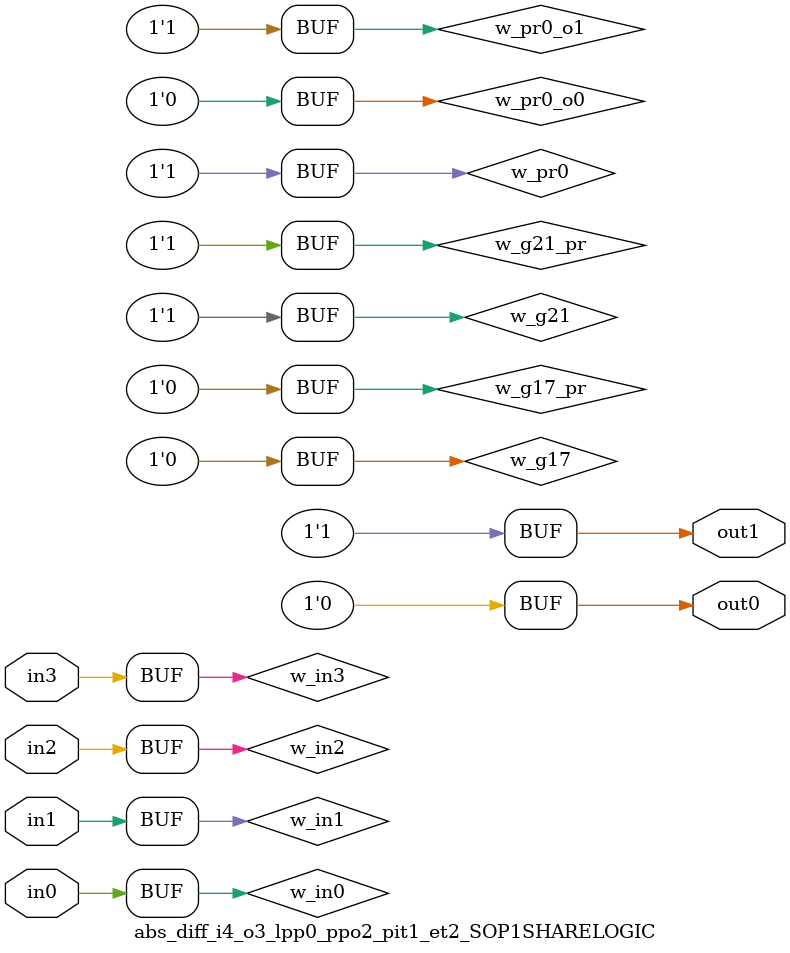
<source format=v>
module abs_diff_i4_o3_lpp0_ppo2_pit1_et2_SOP1SHARELOGIC (in0, in1, in2, in3, out0, out1);
// declaring inputs
input in0,  in1,  in2,  in3;
// declaring outputs
output out0,  out1;
// JSON model input
wire w_in3, w_in2, w_in1, w_in0;
// JSON model output
wire w_g17, w_g21;
//json model
wire w_g17_pr, w_g21_pr, w_pr0_o0, w_pr0_o1, w_pr0;
// JSON model input assign
assign w_in3 = in3;
assign w_in2 = in2;
assign w_in1 = in1;
assign w_in0 = in0;

//json model assigns (approximated Shared/XPAT part)
//assign literals to products
assign w_pr0 = 1;
//if a product has literals and if the product is being "activated" for that output
assign w_pr0_o0 = w_pr0 & 0;
assign w_pr0_o1 = w_pr0 & 1;
//compose an output with corresponding products (OR)
assign w_g17 = w_pr0_o0;
assign w_g21 = w_pr0_o1;
//if an output has products and if it is part of the JSON model
assign w_g17_pr = w_g17 & 0;
assign w_g21_pr = w_g21 & 1;
// output assigns
assign out0 = w_g17_pr;
assign out1 = w_g21_pr;
endmodule
</source>
